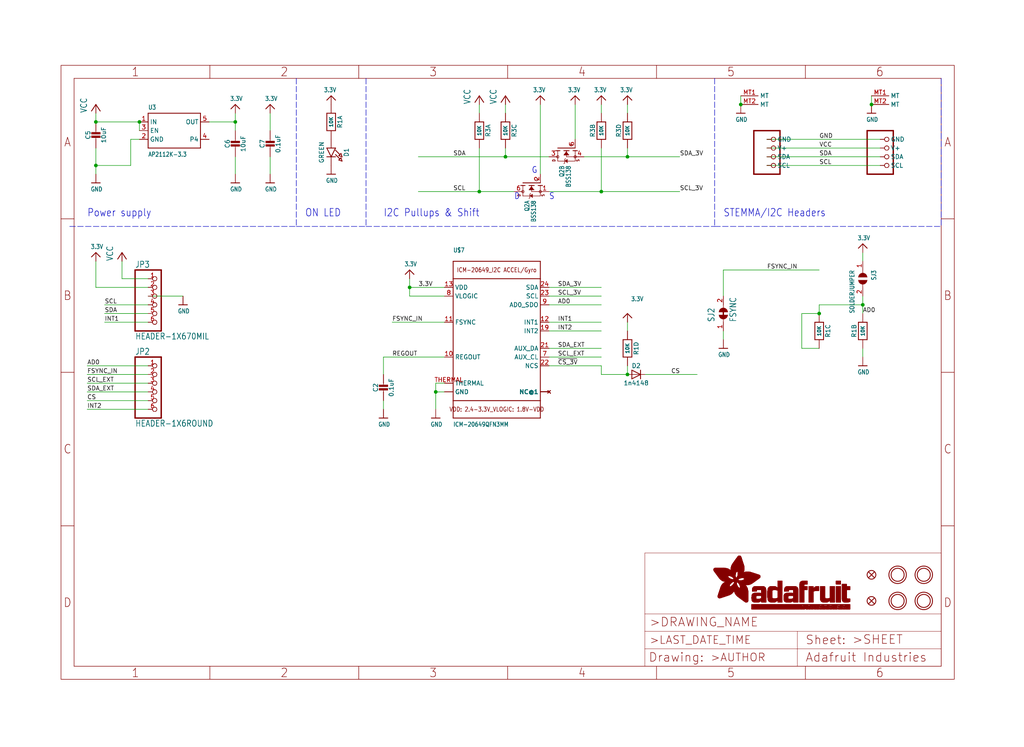
<source format=kicad_sch>
(kicad_sch (version 20211123) (generator eeschema)
  (paper "User" 298.45 217.881)
  (lib_symbols
    (symbol "eagleSchem-eagle-import:3.3V" (power)
      (property "Value" "3.3V" (at -1.524 1.016 0))
      (symbol "3.3V_1_0"
        (pin power_in line (at 0 -2.54 90) (length 2.54) (name "3.3V") (number "1"))
      )
    )
    (symbol "eagleSchem-eagle-import:CAP_CERAMIC0603_NO"
      (property "Reference" "C" (at -2.29 1.25 90))
      (property "Value" "CAP_CERAMIC0603_NO" (at 2.3 1.25 90))
      (symbol "CAP_CERAMIC0603_NO_1_0"
        (pin passive line (at 0 5.08 270) (length 2.54) (name "1") (number "1"))
        (pin passive line (at 0 -2.54 90) (length 2.54) (name "2") (number "2"))
      )
    )
    (symbol "eagleSchem-eagle-import:CAP_CERAMIC0805-NOOUTLINE"
      (property "Reference" "C" (at -2.29 1.25 90))
      (property "Value" "CAP_CERAMIC0805-NOOUTLINE" (at 2.3 1.25 90))
      (symbol "CAP_CERAMIC0805-NOOUTLINE_1_0"
        (pin passive line (at 0 5.08 270) (length 2.54) (name "1") (number "1"))
        (pin passive line (at 0 -2.54 90) (length 2.54) (name "2") (number "2"))
      )
    )
    (symbol "eagleSchem-eagle-import:DIODESOD-323"
      (property "Reference" "D" (at 0 2.54 0))
      (property "Value" "DIODESOD-323" (at 0 -2.5 0))
      (symbol "DIODESOD-323_1_0"
        (pin passive line (at -2.54 0 0) (length 2.54) (name "A") (number "A"))
        (pin passive line (at 2.54 0 180) (length 2.54) (name "C") (number "C"))
      )
    )
    (symbol "eagleSchem-eagle-import:FIDUCIAL_1MM")
    (symbol "eagleSchem-eagle-import:FRAME_A4_ADAFRUIT"
      (symbol "FRAME_A4_ADAFRUIT_0_0"
        (text "1" (at 21.6958 1.905 0) (effects (font (size 2.54 2.286))))
        (text "1" (at 21.6958 177.165 0) (effects (font (size 2.54 2.286))))
        (text "2" (at 65.0875 1.905 0) (effects (font (size 2.54 2.286))))
        (text "2" (at 65.0875 177.165 0) (effects (font (size 2.54 2.286))))
        (text "3" (at 108.4792 1.905 0) (effects (font (size 2.54 2.286))))
        (text "3" (at 108.4792 177.165 0) (effects (font (size 2.54 2.286))))
        (text "4" (at 151.8708 1.905 0) (effects (font (size 2.54 2.286))))
        (text "4" (at 151.8708 177.165 0) (effects (font (size 2.54 2.286))))
        (text "5" (at 195.2625 1.905 0) (effects (font (size 2.54 2.286))))
        (text "5" (at 195.2625 177.165 0) (effects (font (size 2.54 2.286))))
        (text "6" (at 238.6542 1.905 0) (effects (font (size 2.54 2.286))))
        (text "6" (at 238.6542 177.165 0) (effects (font (size 2.54 2.286))))
        (text "A" (at 1.905 156.6863 0) (effects (font (size 2.54 2.286))))
        (text "A" (at 258.445 156.6863 0) (effects (font (size 2.54 2.286))))
        (text "B" (at 1.905 111.9188 0) (effects (font (size 2.54 2.286))))
        (text "B" (at 258.445 111.9188 0) (effects (font (size 2.54 2.286))))
        (text "C" (at 1.905 67.1513 0) (effects (font (size 2.54 2.286))))
        (text "C" (at 258.445 67.1513 0) (effects (font (size 2.54 2.286))))
        (text "D" (at 1.905 22.3838 0) (effects (font (size 2.54 2.286))))
        (text "D" (at 258.445 22.3838 0) (effects (font (size 2.54 2.286))))
      )
      (symbol "FRAME_A4_ADAFRUIT_1_0"
        (text ">AUTHOR" (at 189.23 5.08 0) (effects (font (size 2.286 2.286)) (justify left bottom)))
        (text ">DRAWING_NAME" (at 171.45 15.24 0) (effects (font (size 2.54 2.54)) (justify left bottom)))
        (text ">LAST_DATE_TIME" (at 171.45 10.16 0) (effects (font (size 2.286 2.286)) (justify left bottom)))
        (text ">SHEET" (at 230.505 10.16 0) (effects (font (size 2.54 2.54)) (justify left bottom)))
        (text "Adafruit Industries" (at 216.916 4.953 0) (effects (font (size 2.54 2.54)) (justify left bottom)))
        (text "Drawing:" (at 171.196 4.953 0) (effects (font (size 2.54 2.54)) (justify left bottom)))
        (text "Sheet:" (at 216.916 10.033 0) (effects (font (size 2.54 2.54)) (justify left bottom)))
      )
    )
    (symbol "eagleSchem-eagle-import:GND" (power)
      (property "Value" "GND" (at -1.524 -2.54 0))
      (symbol "GND_1_0"
        (pin power_in line (at 0 2.54 270) (length 2.54) (name "GND") (number "1"))
      )
    )
    (symbol "eagleSchem-eagle-import:HEADER-1X670MIL"
      (property "Reference" "JP" (at -6.35 10.795 0))
      (property "Value" "HEADER-1X670MIL" (at -6.35 -10.16 0))
      (symbol "HEADER-1X670MIL_1_0"
        (pin passive inverted (at -2.54 7.62 0) (length 2.54) (name "1") (number "1"))
        (pin passive inverted (at -2.54 5.08 0) (length 2.54) (name "2") (number "2"))
        (pin passive inverted (at -2.54 2.54 0) (length 2.54) (name "3") (number "3"))
        (pin passive inverted (at -2.54 0 0) (length 2.54) (name "4") (number "4"))
        (pin passive inverted (at -2.54 -2.54 0) (length 2.54) (name "5") (number "5"))
        (pin passive inverted (at -2.54 -5.08 0) (length 2.54) (name "6") (number "6"))
      )
    )
    (symbol "eagleSchem-eagle-import:HEADER-1X6ROUND"
      (property "Reference" "JP" (at -6.35 10.795 0))
      (property "Value" "HEADER-1X6ROUND" (at -6.35 -10.16 0))
      (symbol "HEADER-1X6ROUND_1_0"
        (pin passive inverted (at -2.54 7.62 0) (length 2.54) (name "1") (number "1"))
        (pin passive inverted (at -2.54 5.08 0) (length 2.54) (name "2") (number "2"))
        (pin passive inverted (at -2.54 2.54 0) (length 2.54) (name "3") (number "3"))
        (pin passive inverted (at -2.54 0 0) (length 2.54) (name "4") (number "4"))
        (pin passive inverted (at -2.54 -2.54 0) (length 2.54) (name "5") (number "5"))
        (pin passive inverted (at -2.54 -5.08 0) (length 2.54) (name "6") (number "6"))
      )
    )
    (symbol "eagleSchem-eagle-import:ICM-20649QFN3MM"
      (property "Value" "ICM-20649QFN3MM" (at -12.7 -25.4 0))
      (symbol "ICM-20649QFN3MM_1_0"
        (text "ICM-20649_I2C ACCEL/Gyro" (at 0 20.32 0) (effects (font (size 1.27 1.0795))))
        (text "VDD: 2.4-3.3V_VLOGIC: 1.8V-VDD" (at 0 -20.32 0) (effects (font (size 1.27 1.0795))))
        (pin no_connect line (at 15.24 -15.24 180) (length 2.54) (name "NC@1") (number "1"))
        (pin passive line (at -15.24 -5.08 0) (length 2.54) (name "REGOUT") (number "10"))
        (pin input line (at -15.24 5.08 0) (length 2.54) (name "FSYNC") (number "11"))
        (pin output line (at 15.24 5.08 180) (length 2.54) (name "INT1") (number "12"))
        (pin power_in line (at -15.24 15.24 0) (length 2.54) (name "VDD") (number "13"))
        (pin no_connect line (at 15.24 -15.24 180) (length 2.54) (name "NC@1") (number "14"))
        (pin no_connect line (at 15.24 -15.24 180) (length 2.54) (name "NC@1") (number "15"))
        (pin no_connect line (at 15.24 -15.24 180) (length 2.54) (name "NC@1") (number "16"))
        (pin no_connect line (at 15.24 -15.24 180) (length 2.54) (name "NC@1") (number "17"))
        (pin power_in line (at -15.24 -15.24 0) (length 2.54) (name "GND") (number "18"))
        (pin output line (at 15.24 2.54 180) (length 2.54) (name "INT2") (number "19"))
        (pin no_connect line (at 15.24 -15.24 180) (length 2.54) (name "NC@1") (number "2"))
        (pin power_in line (at -15.24 -15.24 0) (length 2.54) (name "GND") (number "20"))
        (pin bidirectional line (at 15.24 -2.54 180) (length 2.54) (name "AUX_DA") (number "21"))
        (pin input line (at 15.24 -7.62 180) (length 2.54) (name "NCS") (number "22"))
        (pin bidirectional line (at 15.24 12.7 180) (length 2.54) (name "SCL") (number "23"))
        (pin bidirectional line (at 15.24 15.24 180) (length 2.54) (name "SDA") (number "24"))
        (pin no_connect line (at 15.24 -15.24 180) (length 2.54) (name "NC@1") (number "3"))
        (pin no_connect line (at 15.24 -15.24 180) (length 2.54) (name "NC@1") (number "4"))
        (pin no_connect line (at 15.24 -15.24 180) (length 2.54) (name "NC@1") (number "5"))
        (pin no_connect line (at 15.24 -15.24 180) (length 2.54) (name "NC@1") (number "6"))
        (pin bidirectional line (at 15.24 -5.08 180) (length 2.54) (name "AUX_CL") (number "7"))
        (pin power_in line (at -15.24 12.7 0) (length 2.54) (name "VLOGIC") (number "8"))
        (pin input line (at 15.24 10.16 180) (length 2.54) (name "AD0_SDO") (number "9"))
        (pin power_in line (at -15.24 -12.7 0) (length 2.54) (name "THERMAL") (number "THERMAL"))
      )
    )
    (symbol "eagleSchem-eagle-import:LED0603_NOOUTLINE"
      (property "Reference" "D" (at -1.27 4.445 0))
      (property "Value" "LED0603_NOOUTLINE" (at -1.27 -2.794 0))
      (symbol "LED0603_NOOUTLINE_1_0"
        (pin passive line (at -5.08 0 0) (length 2.54) (name "A") (number "A"))
        (pin passive line (at 2.54 0 180) (length 2.54) (name "C") (number "C"))
      )
    )
    (symbol "eagleSchem-eagle-import:MOSFET-N_DUAL"
      (property "Reference" "Q" (at 5.08 0.635 0))
      (property "Value" "MOSFET-N_DUAL" (at 5.08 -1.27 0))
      (symbol "MOSFET-N_DUAL_1_0"
        (text "D" (at 3.175 3.175 0) (effects (font (size 0.8128 0.6908)) (justify left bottom)))
        (text "G" (at -1.27 -1.905 0) (effects (font (size 0.8128 0.6908)) (justify left bottom)))
        (text "S" (at 3.175 -3.81 0) (effects (font (size 0.8128 0.6908)) (justify left bottom)))
        (pin bidirectional line (at 2.54 -5.08 90) (length 2.54) (name "S") (number "1"))
        (pin bidirectional line (at -2.54 -2.54 0) (length 2.54) (name "G") (number "2"))
        (pin bidirectional line (at 2.54 5.08 270) (length 2.54) (name "D") (number "6"))
      )
      (symbol "MOSFET-N_DUAL_2_0"
        (text "D" (at 3.175 3.175 0) (effects (font (size 0.8128 0.6908)) (justify left bottom)))
        (text "G" (at -1.27 -1.905 0) (effects (font (size 0.8128 0.6908)) (justify left bottom)))
        (text "S" (at 3.175 -3.81 0) (effects (font (size 0.8128 0.6908)) (justify left bottom)))
        (pin bidirectional line (at 2.54 5.08 270) (length 2.54) (name "D") (number "3"))
        (pin bidirectional line (at 2.54 -5.08 90) (length 2.54) (name "S") (number "4"))
        (pin bidirectional line (at -2.54 -2.54 0) (length 2.54) (name "G") (number "5"))
      )
    )
    (symbol "eagleSchem-eagle-import:MOUNTINGHOLE2.5")
    (symbol "eagleSchem-eagle-import:RESISTOR_4PACK"
      (property "Reference" "R" (at 0 2.54 0))
      (property "Value" "RESISTOR_4PACK" (at 0 0 0))
      (symbol "RESISTOR_4PACK_1_0"
        (pin passive line (at -5.08 0 0) (length 2.54) (name "1") (number "1"))
        (pin passive line (at 5.08 0 180) (length 2.54) (name "2") (number "8"))
      )
      (symbol "RESISTOR_4PACK_2_0"
        (pin passive line (at -5.08 0 0) (length 2.54) (name "1") (number "2"))
        (pin passive line (at 5.08 0 180) (length 2.54) (name "2") (number "7"))
      )
      (symbol "RESISTOR_4PACK_3_0"
        (pin passive line (at -5.08 0 0) (length 2.54) (name "1") (number "3"))
        (pin passive line (at 5.08 0 180) (length 2.54) (name "2") (number "6"))
      )
      (symbol "RESISTOR_4PACK_4_0"
        (pin passive line (at -5.08 0 0) (length 2.54) (name "1") (number "4"))
        (pin passive line (at 5.08 0 180) (length 2.54) (name "2") (number "5"))
      )
    )
    (symbol "eagleSchem-eagle-import:SOLDERJUMPER"
      (property "Reference" "SJ" (at -2.54 2.54 0))
      (property "Value" "SOLDERJUMPER" (at -2.54 -3.81 0))
      (symbol "SOLDERJUMPER_1_0"
        (pin passive line (at -5.08 0 0) (length 2.54) (name "1") (number "1"))
        (pin passive line (at 5.08 0 180) (length 2.54) (name "2") (number "2"))
      )
    )
    (symbol "eagleSchem-eagle-import:SOLDERJUMPER_CLOSED"
      (property "Reference" "SJ" (at -2.54 2.54 0))
      (property "Value" "SOLDERJUMPER_CLOSED" (at -2.54 -3.81 0))
      (symbol "SOLDERJUMPER_CLOSED_1_0"
        (pin passive line (at -5.08 0 0) (length 2.54) (name "1") (number "1"))
        (pin passive line (at 5.08 0 180) (length 2.54) (name "2") (number "2"))
      )
    )
    (symbol "eagleSchem-eagle-import:STEMMA_I2C_QT"
      (symbol "STEMMA_I2C_QT_1_0"
        (pin passive inverted (at 0 5.08 0) (length 2.54) (name "GND") (number "1"))
        (pin passive inverted (at 0 2.54 0) (length 2.54) (name "V+") (number "2"))
        (pin passive inverted (at 0 0 0) (length 2.54) (name "SDA") (number "3"))
        (pin passive inverted (at 0 -2.54 0) (length 2.54) (name "SCL") (number "4"))
      )
      (symbol "STEMMA_I2C_QT_2_0"
        (pin bidirectional line (at 0 0 0) (length 5.08) (name "MT") (number "MT1"))
      )
      (symbol "STEMMA_I2C_QT_3_0"
        (pin bidirectional line (at 0 0 0) (length 5.08) (name "MT") (number "MT2"))
      )
    )
    (symbol "eagleSchem-eagle-import:VCC" (power)
      (property "Value" "VCC" (at -2.54 -2.54 90))
      (symbol "VCC_1_0"
        (pin power_in line (at 0 -2.54 90) (length 2.54) (name "VCC") (number "1"))
      )
    )
    (symbol "eagleSchem-eagle-import:VREG_SOT23-5"
      (property "Reference" "U" (at -7.62 6.096 0))
      (property "Value" "VREG_SOT23-5" (at -7.62 -7.62 0))
      (symbol "VREG_SOT23-5_1_0"
        (pin power_in line (at -10.16 2.54 0) (length 2.54) (name "IN") (number "1"))
        (pin power_in line (at -10.16 -2.54 0) (length 2.54) (name "GND") (number "2"))
        (pin input line (at -10.16 0 0) (length 2.54) (name "EN") (number "3"))
        (pin bidirectional line (at 10.16 -2.54 180) (length 2.54) (name "P4") (number "4"))
        (pin power_in line (at 10.16 2.54 180) (length 2.54) (name "OUT") (number "5"))
      )
    )
  )
  (junction (at 27.94 48.26))
  (junction (at 40.64 35.56))
  (junction (at 175.26 55.88))
  (junction (at 147.32 45.72))
  (junction (at 68.58 35.56))
  (junction (at 127 114.3))
  (junction (at 182.88 45.72))
  (junction (at 238.76 91.44))
  (junction (at 27.94 35.56))
  (junction (at 251.46 88.9))
  (junction (at 254 30.48))
  (junction (at 119.38 83.82))
  (junction (at 215.9 30.48))
  (junction (at 139.7 55.88))
  (junction (at 182.88 109.22))
  (wire (pts (xy 43.18 86.36) (xy 53.34 86.36)))
  (wire (pts (xy 160.02 45.72) (xy 147.32 45.72)))
  (wire (pts (xy 25.4 111.76) (xy 43.18 111.76)))
  (wire (pts (xy 160.02 83.82) (xy 175.26 83.82)))
  (polyline (pts (xy 86.36 66.04) (xy 106.68 66.04)))
  (wire (pts (xy 43.18 83.82) (xy 27.94 83.82)))
  (wire (pts (xy 35.56 81.28) (xy 35.56 76.2)))
  (wire (pts (xy 43.18 91.44) (xy 30.48 91.44)))
  (wire (pts (xy 187.96 109.22) (xy 203.2 109.22)))
  (wire (pts (xy 175.26 43.18) (xy 175.26 55.88)))
  (wire (pts (xy 27.94 48.26) (xy 27.94 43.18)))
  (polyline (pts (xy 86.36 22.86) (xy 86.36 66.04)))
  (wire (pts (xy 215.9 27.94) (xy 215.9 30.48)))
  (wire (pts (xy 160.02 93.98) (xy 175.26 93.98)))
  (wire (pts (xy 38.1 40.64) (xy 38.1 48.26)))
  (wire (pts (xy 251.46 76.2) (xy 251.46 73.66)))
  (wire (pts (xy 223.52 43.18) (xy 256.54 43.18)))
  (wire (pts (xy 68.58 35.56) (xy 68.58 33.02)))
  (polyline (pts (xy 208.28 22.86) (xy 208.28 66.04)))
  (wire (pts (xy 251.46 101.6) (xy 251.46 104.14)))
  (wire (pts (xy 129.54 114.3) (xy 127 114.3)))
  (wire (pts (xy 160.02 104.14) (xy 175.26 104.14)))
  (wire (pts (xy 233.68 91.44) (xy 233.68 101.6)))
  (wire (pts (xy 127 114.3) (xy 127 119.38)))
  (wire (pts (xy 114.3 93.98) (xy 129.54 93.98)))
  (wire (pts (xy 60.96 35.56) (xy 68.58 35.56)))
  (wire (pts (xy 139.7 30.48) (xy 139.7 33.02)))
  (polyline (pts (xy 20.32 66.04) (xy 86.36 66.04)))
  (wire (pts (xy 78.74 33.02) (xy 78.74 38.1)))
  (wire (pts (xy 129.54 83.82) (xy 119.38 83.82)))
  (wire (pts (xy 147.32 33.02) (xy 147.32 30.48)))
  (wire (pts (xy 256.54 40.64) (xy 223.52 40.64)))
  (wire (pts (xy 25.4 109.22) (xy 43.18 109.22)))
  (wire (pts (xy 147.32 43.18) (xy 147.32 45.72)))
  (wire (pts (xy 238.76 91.44) (xy 233.68 91.44)))
  (wire (pts (xy 78.74 45.72) (xy 78.74 50.8)))
  (wire (pts (xy 111.76 104.14) (xy 111.76 109.22)))
  (wire (pts (xy 210.82 86.36) (xy 210.82 78.74)))
  (wire (pts (xy 40.64 35.56) (xy 27.94 35.56)))
  (wire (pts (xy 27.94 83.82) (xy 27.94 76.2)))
  (wire (pts (xy 119.38 83.82) (xy 119.38 81.28)))
  (wire (pts (xy 238.76 88.9) (xy 251.46 88.9)))
  (wire (pts (xy 119.38 86.36) (xy 119.38 83.82)))
  (wire (pts (xy 111.76 116.84) (xy 111.76 119.38)))
  (wire (pts (xy 40.64 38.1) (xy 40.64 35.56)))
  (polyline (pts (xy 208.28 66.04) (xy 274.32 66.04)))
  (wire (pts (xy 182.88 45.72) (xy 198.12 45.72)))
  (wire (pts (xy 175.26 109.22) (xy 175.26 106.68)))
  (wire (pts (xy 160.02 88.9) (xy 175.26 88.9)))
  (wire (pts (xy 149.86 55.88) (xy 139.7 55.88)))
  (wire (pts (xy 25.4 106.68) (xy 43.18 106.68)))
  (wire (pts (xy 157.48 50.8) (xy 157.48 30.48)))
  (wire (pts (xy 139.7 55.88) (xy 121.92 55.88)))
  (wire (pts (xy 182.88 106.68) (xy 182.88 109.22)))
  (wire (pts (xy 160.02 96.52) (xy 175.26 96.52)))
  (wire (pts (xy 251.46 88.9) (xy 251.46 91.44)))
  (wire (pts (xy 129.54 86.36) (xy 119.38 86.36)))
  (wire (pts (xy 223.52 48.26) (xy 256.54 48.26)))
  (wire (pts (xy 147.32 45.72) (xy 121.92 45.72)))
  (wire (pts (xy 251.46 86.36) (xy 251.46 88.9)))
  (wire (pts (xy 38.1 48.26) (xy 27.94 48.26)))
  (wire (pts (xy 254 30.48) (xy 254 27.94)))
  (wire (pts (xy 160.02 106.68) (xy 175.26 106.68)))
  (wire (pts (xy 175.26 33.02) (xy 175.26 30.48)))
  (wire (pts (xy 210.82 78.74) (xy 238.76 78.74)))
  (polyline (pts (xy 274.32 22.86) (xy 274.32 66.04)))
  (wire (pts (xy 238.76 91.44) (xy 238.76 88.9)))
  (wire (pts (xy 27.94 33.02) (xy 27.94 35.56)))
  (wire (pts (xy 68.58 45.72) (xy 68.58 50.8)))
  (wire (pts (xy 210.82 96.52) (xy 210.82 99.06)))
  (wire (pts (xy 182.88 33.02) (xy 182.88 30.48)))
  (wire (pts (xy 233.68 101.6) (xy 238.76 101.6)))
  (wire (pts (xy 43.18 93.98) (xy 30.48 93.98)))
  (wire (pts (xy 256.54 45.72) (xy 223.52 45.72)))
  (wire (pts (xy 27.94 48.26) (xy 27.94 50.8)))
  (wire (pts (xy 129.54 111.76) (xy 127 111.76)))
  (wire (pts (xy 175.26 55.88) (xy 198.12 55.88)))
  (wire (pts (xy 68.58 35.56) (xy 68.58 38.1)))
  (wire (pts (xy 182.88 93.98) (xy 182.88 96.52)))
  (wire (pts (xy 170.18 45.72) (xy 182.88 45.72)))
  (wire (pts (xy 43.18 116.84) (xy 25.4 116.84)))
  (wire (pts (xy 160.02 55.88) (xy 175.26 55.88)))
  (wire (pts (xy 160.02 86.36) (xy 175.26 86.36)))
  (wire (pts (xy 25.4 114.3) (xy 43.18 114.3)))
  (wire (pts (xy 40.64 40.64) (xy 38.1 40.64)))
  (wire (pts (xy 182.88 109.22) (xy 175.26 109.22)))
  (wire (pts (xy 160.02 101.6) (xy 175.26 101.6)))
  (wire (pts (xy 139.7 43.18) (xy 139.7 55.88)))
  (polyline (pts (xy 106.68 66.04) (xy 208.28 66.04)))
  (wire (pts (xy 167.64 40.64) (xy 167.64 30.48)))
  (wire (pts (xy 129.54 104.14) (xy 111.76 104.14)))
  (polyline (pts (xy 106.68 22.86) (xy 106.68 66.04)))
  (wire (pts (xy 43.18 88.9) (xy 30.48 88.9)))
  (wire (pts (xy 43.18 81.28) (xy 35.56 81.28)))
  (wire (pts (xy 182.88 43.18) (xy 182.88 45.72)))
  (wire (pts (xy 43.18 119.38) (xy 25.4 119.38)))
  (wire (pts (xy 127 111.76) (xy 127 114.3)))
  (text "G" (at 154.94 50.8 180) (effects (font (size 1.778 1.5113)) (justify left bottom)))
  (text "Power supply" (at 25.4 63.5 180) (effects (font (size 2.1844 1.8567)) (justify left bottom)))
  (text "S" (at 160.02 58.42 180) (effects (font (size 1.778 1.5113)) (justify left bottom)))
  (text "STEMMA/I2C Headers" (at 210.82 63.5 180) (effects (font (size 2.1844 1.8567)) (justify left bottom)))
  (text "ON LED" (at 88.9 63.5 180) (effects (font (size 2.1844 1.8567)) (justify left bottom)))
  (text "D" (at 149.86 58.42 180) (effects (font (size 1.778 1.5113)) (justify left bottom)))
  (text "I2C Pullups & Shift" (at 111.76 63.5 180) (effects (font (size 2.1844 1.8567)) (justify left bottom)))
  (label "FSYNC_IN" (at 25.4 109.22 0) (effects (font (size 1.2446 1.2446))))
  (label "SCL" (at 238.76 48.26 0) (effects (font (size 1.2446 1.2446))))
  (label "INT2" (at 162.56 96.52 0) (effects (font (size 1.2446 1.2446))))
  (label "FSYNC_IN" (at 223.52 78.74 0) (effects (font (size 1.2446 1.2446))))
  (label "CS" (at 25.4 116.84 0) (effects (font (size 1.2446 1.2446))))
  (label "SCL" (at 30.48 88.9 0) (effects (font (size 1.2446 1.2446))))
  (label "SDA" (at 132.08 45.72 0) (effects (font (size 1.2446 1.2446))))
  (label "~{CS_3V}" (at 162.56 106.68 0) (effects (font (size 1.2446 1.2446))))
  (label "SDA_EXT" (at 162.56 101.6 0) (effects (font (size 1.2446 1.2446))))
  (label "SDA" (at 238.76 45.72 0) (effects (font (size 1.2446 1.2446))))
  (label "SDA_3V" (at 198.12 45.72 0) (effects (font (size 1.2446 1.2446))))
  (label "AD0" (at 162.56 88.9 0) (effects (font (size 1.2446 1.2446))))
  (label "SDA_EXT" (at 25.4 114.3 0) (effects (font (size 1.2446 1.2446))))
  (label "SDA" (at 30.48 91.44 0) (effects (font (size 1.2446 1.2446))))
  (label "SCL_3V" (at 198.12 55.88 0) (effects (font (size 1.2446 1.2446))))
  (label "SCL_3V" (at 162.56 86.36 0) (effects (font (size 1.2446 1.2446))))
  (label "REGOUT" (at 114.3 104.14 0) (effects (font (size 1.2446 1.2446))))
  (label "INT1" (at 30.48 93.98 0) (effects (font (size 1.2446 1.2446))))
  (label "SCL" (at 132.08 55.88 0) (effects (font (size 1.2446 1.2446))))
  (label "SCL_EXT" (at 25.4 111.76 0) (effects (font (size 1.2446 1.2446))))
  (label "SDA_3V" (at 162.56 83.82 0) (effects (font (size 1.2446 1.2446))))
  (label "3.3V" (at 121.92 83.82 0) (effects (font (size 1.2446 1.2446))))
  (label "AD0" (at 251.46 91.44 0) (effects (font (size 1.2446 1.2446))))
  (label "SCL_EXT" (at 162.56 104.14 0) (effects (font (size 1.2446 1.2446))))
  (label "FSYNC_IN" (at 114.3 93.98 0) (effects (font (size 1.2446 1.2446))))
  (label "CS" (at 195.58 109.22 0) (effects (font (size 1.2446 1.2446))))
  (label "AD0" (at 25.4 106.68 0) (effects (font (size 1.2446 1.2446))))
  (label "INT2" (at 25.4 119.38 0) (effects (font (size 1.2446 1.2446))))
  (label "VCC" (at 238.76 43.18 0) (effects (font (size 1.2446 1.2446))))
  (label "INT1" (at 162.56 93.98 0) (effects (font (size 1.2446 1.2446))))
  (label "GND" (at 238.76 40.64 0) (effects (font (size 1.2446 1.2446))))
  (symbol (lib_id "eagleSchem-eagle-import:SOLDERJUMPER") (at 251.46 81.28 270) (unit 1)
    (property "Reference" "SJ3" (at 254 78.74 0) (effects (font (size 1.27 1.0795)) (justify left bottom)))
    (property "Value" "SOLDERJUMPER" (at 247.65 78.74 0) (effects (font (size 1.27 1.0795)) (justify left bottom)))
    (property "Footprint" "eagleSchem:SOLDERJUMPER_ARROW_NOPASTE" (effects hide))
  )
  (symbol (lib_id "eagleSchem-eagle-import:RESISTOR_4PACK") (at 251.46 96.52 90) (unit 2)
    (property "Reference" "R1" (at 248.92 96.52 0))
    (property "Value" "10K" (at 251.46 96.52 0) (effects (font (size 1.016 1.016) bold)))
    (property "Footprint" "eagleSchem:RESPACK_4X0603" (effects hide))
  )
  (symbol (lib_id "eagleSchem-eagle-import:STEMMA_I2C_QT") (at 215.9 30.48 0) (unit 3)
    (property "Reference" "CONN3" (effects hide))
    (property "Value" "STEMMA_I2C_QT" (effects hide))
    (property "Footprint" "eagleSchem:JST_SH4" (effects hide))
  )
  (symbol (lib_id "eagleSchem-eagle-import:RESISTOR_4PACK") (at 147.32 38.1 270) (unit 3)
    (property "Reference" "R3" (at 149.86 38.1 0))
    (property "Value" "10K" (at 147.32 38.1 0) (effects (font (size 1.016 1.016) bold)))
    (property "Footprint" "eagleSchem:RESPACK_4X0603" (effects hide))
  )
  (symbol (lib_id "eagleSchem-eagle-import:3.3V") (at 167.64 27.94 0) (mirror y) (unit 1)
    (property "Reference" "#U$37" (effects hide))
    (property "Value" "3.3V" (at 169.164 26.924 0) (effects (font (size 1.27 1.0795)) (justify left bottom)))
    (property "Footprint" "eagleSchem:" (effects hide))
  )
  (symbol (lib_id "eagleSchem-eagle-import:STEMMA_I2C_QT") (at 256.54 45.72 0) (unit 1)
    (property "Reference" "CONN4" (effects hide))
    (property "Value" "STEMMA_I2C_QT" (effects hide))
    (property "Footprint" "eagleSchem:JST_SH4" (effects hide))
  )
  (symbol (lib_id "eagleSchem-eagle-import:STEMMA_I2C_QT") (at 254 30.48 0) (unit 3)
    (property "Reference" "CONN4" (effects hide))
    (property "Value" "STEMMA_I2C_QT" (effects hide))
    (property "Footprint" "eagleSchem:JST_SH4" (effects hide))
  )
  (symbol (lib_id "eagleSchem-eagle-import:GND") (at 68.58 53.34 0) (unit 1)
    (property "Reference" "#U$27" (effects hide))
    (property "Value" "GND" (at 67.056 55.88 0) (effects (font (size 1.27 1.0795)) (justify left bottom)))
    (property "Footprint" "eagleSchem:" (effects hide))
  )
  (symbol (lib_id "eagleSchem-eagle-import:MOSFET-N_DUAL") (at 165.1 43.18 90) (mirror x) (unit 2)
    (property "Reference" "Q2" (at 164.465 48.26 0) (effects (font (size 1.27 1.0795)) (justify left bottom)))
    (property "Value" "BSS138" (at 166.37 48.26 0) (effects (font (size 1.27 1.0795)) (justify left bottom)))
    (property "Footprint" "eagleSchem:SOT363" (effects hide))
  )
  (symbol (lib_id "eagleSchem-eagle-import:CAP_CERAMIC0805-NOOUTLINE") (at 27.94 40.64 0) (unit 1)
    (property "Reference" "C5" (at 25.65 39.39 90))
    (property "Value" "10uF" (at 30.24 39.39 90))
    (property "Footprint" "eagleSchem:0805-NO" (effects hide))
  )
  (symbol (lib_id "eagleSchem-eagle-import:CAP_CERAMIC0603_NO") (at 111.76 114.3 0) (unit 1)
    (property "Reference" "C2" (at 109.47 113.05 90))
    (property "Value" "0.1uF" (at 114.06 113.05 90))
    (property "Footprint" "eagleSchem:0603-NO" (effects hide))
  )
  (symbol (lib_id "eagleSchem-eagle-import:RESISTOR_4PACK") (at 182.88 38.1 90) (mirror x) (unit 4)
    (property "Reference" "R3" (at 180.34 38.1 0))
    (property "Value" "10K" (at 182.88 38.1 0) (effects (font (size 1.016 1.016) bold)))
    (property "Footprint" "eagleSchem:RESPACK_4X0603" (effects hide))
  )
  (symbol (lib_id "eagleSchem-eagle-import:HEADER-1X6ROUND") (at 45.72 114.3 0) (unit 1)
    (property "Reference" "JP2" (at 39.37 103.505 0) (effects (font (size 1.778 1.5113)) (justify left bottom)))
    (property "Value" "HEADER-1X6ROUND" (at 39.37 124.46 0) (effects (font (size 1.778 1.5113)) (justify left bottom)))
    (property "Footprint" "eagleSchem:1X06_ROUND" (effects hide))
  )
  (symbol (lib_id "eagleSchem-eagle-import:GND") (at 111.76 121.92 0) (unit 1)
    (property "Reference" "#U$13" (effects hide))
    (property "Value" "GND" (at 110.236 124.46 0) (effects (font (size 1.27 1.0795)) (justify left bottom)))
    (property "Footprint" "eagleSchem:" (effects hide))
  )
  (symbol (lib_id "eagleSchem-eagle-import:CAP_CERAMIC0805-NOOUTLINE") (at 68.58 43.18 0) (unit 1)
    (property "Reference" "C6" (at 66.29 41.93 90))
    (property "Value" "10uF" (at 70.88 41.93 90))
    (property "Footprint" "eagleSchem:0805-NO" (effects hide))
  )
  (symbol (lib_id "eagleSchem-eagle-import:STEMMA_I2C_QT") (at 215.9 27.94 0) (unit 2)
    (property "Reference" "CONN3" (effects hide))
    (property "Value" "STEMMA_I2C_QT" (effects hide))
    (property "Footprint" "eagleSchem:JST_SH4" (effects hide))
  )
  (symbol (lib_id "eagleSchem-eagle-import:3.3V") (at 251.46 71.12 0) (unit 1)
    (property "Reference" "#U$4" (effects hide))
    (property "Value" "3.3V" (at 249.936 70.104 0) (effects (font (size 1.27 1.0795)) (justify left bottom)))
    (property "Footprint" "eagleSchem:" (effects hide))
  )
  (symbol (lib_id "eagleSchem-eagle-import:RESISTOR_4PACK") (at 139.7 38.1 270) (unit 1)
    (property "Reference" "R3" (at 142.24 38.1 0))
    (property "Value" "10K" (at 139.7 38.1 0) (effects (font (size 1.016 1.016) bold)))
    (property "Footprint" "eagleSchem:RESPACK_4X0603" (effects hide))
  )
  (symbol (lib_id "eagleSchem-eagle-import:MOUNTINGHOLE2.5") (at 261.62 167.64 0) (unit 1)
    (property "Reference" "U$40" (effects hide))
    (property "Value" "MOUNTINGHOLE2.5" (effects hide))
    (property "Footprint" "eagleSchem:MOUNTINGHOLE_2.5_PLATED" (effects hide))
  )
  (symbol (lib_id "eagleSchem-eagle-import:GND") (at 53.34 88.9 0) (unit 1)
    (property "Reference" "#U$29" (effects hide))
    (property "Value" "GND" (at 51.816 91.44 0) (effects (font (size 1.27 1.0795)) (justify left bottom)))
    (property "Footprint" "eagleSchem:" (effects hide))
  )
  (symbol (lib_id "eagleSchem-eagle-import:ICM-20649QFN3MM") (at 144.78 99.06 0) (unit 1)
    (property "Reference" "U$7" (at 132.08 73.66 0) (effects (font (size 1.27 1.0795)) (justify left bottom)))
    (property "Value" "ICM-20649QFN3MM" (at 132.08 124.46 0) (effects (font (size 1.27 1.0795)) (justify left bottom)))
    (property "Footprint" "eagleSchem:QFN24_3MM" (effects hide))
  )
  (symbol (lib_id "eagleSchem-eagle-import:GND") (at 96.52 50.8 0) (unit 1)
    (property "Reference" "#U$2" (effects hide))
    (property "Value" "GND" (at 94.996 53.34 0) (effects (font (size 1.27 1.0795)) (justify left bottom)))
    (property "Footprint" "eagleSchem:" (effects hide))
  )
  (symbol (lib_id "eagleSchem-eagle-import:MOUNTINGHOLE2.5") (at 269.24 167.64 0) (unit 1)
    (property "Reference" "U$42" (effects hide))
    (property "Value" "MOUNTINGHOLE2.5" (effects hide))
    (property "Footprint" "eagleSchem:MOUNTINGHOLE_2.5_PLATED" (effects hide))
  )
  (symbol (lib_id "eagleSchem-eagle-import:VCC") (at 35.56 73.66 0) (unit 1)
    (property "Reference" "#P+4" (effects hide))
    (property "Value" "VCC" (at 33.02 76.2 90) (effects (font (size 1.778 1.5113)) (justify left bottom)))
    (property "Footprint" "eagleSchem:" (effects hide))
  )
  (symbol (lib_id "eagleSchem-eagle-import:GND") (at 254 33.02 0) (unit 1)
    (property "Reference" "#U$9" (effects hide))
    (property "Value" "GND" (at 252.476 35.56 0) (effects (font (size 1.27 1.0795)) (justify left bottom)))
    (property "Footprint" "eagleSchem:" (effects hide))
  )
  (symbol (lib_id "eagleSchem-eagle-import:RESISTOR_4PACK") (at 175.26 38.1 90) (mirror x) (unit 2)
    (property "Reference" "R3" (at 172.72 38.1 0))
    (property "Value" "10K" (at 175.26 38.1 0) (effects (font (size 1.016 1.016) bold)))
    (property "Footprint" "eagleSchem:RESPACK_4X0603" (effects hide))
  )
  (symbol (lib_id "eagleSchem-eagle-import:3.3V") (at 182.88 27.94 0) (mirror y) (unit 1)
    (property "Reference" "#U$34" (effects hide))
    (property "Value" "3.3V" (at 184.404 26.924 0) (effects (font (size 1.27 1.0795)) (justify left bottom)))
    (property "Footprint" "eagleSchem:" (effects hide))
  )
  (symbol (lib_id "eagleSchem-eagle-import:HEADER-1X670MIL") (at 45.72 88.9 0) (unit 1)
    (property "Reference" "JP3" (at 39.37 78.105 0) (effects (font (size 1.778 1.5113)) (justify left bottom)))
    (property "Value" "HEADER-1X670MIL" (at 39.37 99.06 0) (effects (font (size 1.778 1.5113)) (justify left bottom)))
    (property "Footprint" "eagleSchem:1X06_ROUND_70" (effects hide))
  )
  (symbol (lib_id "eagleSchem-eagle-import:FIDUCIAL_1MM") (at 254 167.64 0) (unit 1)
    (property "Reference" "FID4" (effects hide))
    (property "Value" "FIDUCIAL_1MM" (effects hide))
    (property "Footprint" "eagleSchem:FIDUCIAL_1MM" (effects hide))
  )
  (symbol (lib_id "eagleSchem-eagle-import:GND") (at 78.74 53.34 0) (unit 1)
    (property "Reference" "#U$28" (effects hide))
    (property "Value" "GND" (at 77.216 55.88 0) (effects (font (size 1.27 1.0795)) (justify left bottom)))
    (property "Footprint" "eagleSchem:" (effects hide))
  )
  (symbol (lib_id "eagleSchem-eagle-import:FRAME_A4_ADAFRUIT") (at 17.78 198.12 0) (unit 1)
    (property "Reference" "#U$41" (effects hide))
    (property "Value" "FRAME_A4_ADAFRUIT" (effects hide))
    (property "Footprint" "eagleSchem:" (effects hide))
  )
  (symbol (lib_id "eagleSchem-eagle-import:MOUNTINGHOLE2.5") (at 261.62 175.26 0) (unit 1)
    (property "Reference" "U$39" (effects hide))
    (property "Value" "MOUNTINGHOLE2.5" (effects hide))
    (property "Footprint" "eagleSchem:MOUNTINGHOLE_2.5_PLATED" (effects hide))
  )
  (symbol (lib_id "eagleSchem-eagle-import:CAP_CERAMIC0603_NO") (at 78.74 43.18 0) (unit 1)
    (property "Reference" "C7" (at 76.45 41.93 90))
    (property "Value" "0.1uF" (at 81.04 41.93 90))
    (property "Footprint" "eagleSchem:0603-NO" (effects hide))
  )
  (symbol (lib_id "eagleSchem-eagle-import:LED0603_NOOUTLINE") (at 96.52 45.72 270) (unit 1)
    (property "Reference" "D1" (at 100.965 44.45 0))
    (property "Value" "GREEN" (at 93.726 44.45 0))
    (property "Footprint" "eagleSchem:CHIPLED_0603_NOOUTLINE" (effects hide))
  )
  (symbol (lib_id "eagleSchem-eagle-import:VCC") (at 27.94 30.48 0) (unit 1)
    (property "Reference" "#P+3" (effects hide))
    (property "Value" "VCC" (at 25.4 33.02 90) (effects (font (size 1.778 1.5113)) (justify left bottom)))
    (property "Footprint" "eagleSchem:" (effects hide))
  )
  (symbol (lib_id "eagleSchem-eagle-import:GND") (at 27.94 53.34 0) (unit 1)
    (property "Reference" "#U$24" (effects hide))
    (property "Value" "GND" (at 26.416 55.88 0) (effects (font (size 1.27 1.0795)) (justify left bottom)))
    (property "Footprint" "eagleSchem:" (effects hide))
  )
  (symbol (lib_id "eagleSchem-eagle-import:VCC") (at 139.7 27.94 0) (unit 1)
    (property "Reference" "#P+1" (effects hide))
    (property "Value" "VCC" (at 137.16 30.48 90) (effects (font (size 1.778 1.5113)) (justify left bottom)))
    (property "Footprint" "eagleSchem:" (effects hide))
  )
  (symbol (lib_id "eagleSchem-eagle-import:GND") (at 251.46 106.68 0) (unit 1)
    (property "Reference" "#U$6" (effects hide))
    (property "Value" "GND" (at 249.936 109.22 0) (effects (font (size 1.27 1.0795)) (justify left bottom)))
    (property "Footprint" "eagleSchem:" (effects hide))
  )
  (symbol (lib_id "eagleSchem-eagle-import:3.3V") (at 119.38 78.74 0) (unit 1)
    (property "Reference" "#U$3" (effects hide))
    (property "Value" "3.3V" (at 117.856 77.724 0) (effects (font (size 1.27 1.0795)) (justify left bottom)))
    (property "Footprint" "eagleSchem:" (effects hide))
  )
  (symbol (lib_id "eagleSchem-eagle-import:RESISTOR_4PACK") (at 96.52 35.56 270) (unit 1)
    (property "Reference" "R1" (at 99.06 35.56 0))
    (property "Value" "10K" (at 96.52 35.56 0) (effects (font (size 1.016 1.016) bold)))
    (property "Footprint" "eagleSchem:RESPACK_4X0603" (effects hide))
  )
  (symbol (lib_id "eagleSchem-eagle-import:STEMMA_I2C_QT") (at 223.52 45.72 0) (unit 1)
    (property "Reference" "CONN3" (effects hide))
    (property "Value" "STEMMA_I2C_QT" (effects hide))
    (property "Footprint" "eagleSchem:JST_SH4" (effects hide))
  )
  (symbol (lib_id "eagleSchem-eagle-import:MOUNTINGHOLE2.5") (at 269.24 175.26 0) (unit 1)
    (property "Reference" "U$43" (effects hide))
    (property "Value" "MOUNTINGHOLE2.5" (effects hide))
    (property "Footprint" "eagleSchem:MOUNTINGHOLE_2.5_PLATED" (effects hide))
  )
  (symbol (lib_id "eagleSchem-eagle-import:RESISTOR_4PACK") (at 238.76 96.52 270) (unit 3)
    (property "Reference" "R1" (at 241.3 96.52 0))
    (property "Value" "10K" (at 238.76 96.52 0) (effects (font (size 1.016 1.016) bold)))
    (property "Footprint" "eagleSchem:RESPACK_4X0603" (effects hide))
  )
  (symbol (lib_id "eagleSchem-eagle-import:VREG_SOT23-5") (at 50.8 38.1 0) (unit 1)
    (property "Reference" "U3" (at 43.18 32.004 0) (effects (font (size 1.27 1.0795)) (justify left bottom)))
    (property "Value" "AP2112K-3.3" (at 43.18 45.72 0) (effects (font (size 1.27 1.0795)) (justify left bottom)))
    (property "Footprint" "eagleSchem:SOT23-5" (effects hide))
  )
  (symbol (lib_id "eagleSchem-eagle-import:3.3V") (at 175.26 27.94 0) (mirror y) (unit 1)
    (property "Reference" "#U$35" (effects hide))
    (property "Value" "3.3V" (at 176.784 26.924 0) (effects (font (size 1.27 1.0795)) (justify left bottom)))
    (property "Footprint" "eagleSchem:" (effects hide))
  )
  (symbol (lib_id "eagleSchem-eagle-import:FIDUCIAL_1MM") (at 254 175.26 0) (unit 1)
    (property "Reference" "FID3" (effects hide))
    (property "Value" "FIDUCIAL_1MM" (effects hide))
    (property "Footprint" "eagleSchem:FIDUCIAL_1MM" (effects hide))
  )
  (symbol (lib_id "eagleSchem-eagle-import:3.3V") (at 157.48 27.94 0) (mirror y) (unit 1)
    (property "Reference" "#U$36" (effects hide))
    (property "Value" "3.3V" (at 159.004 26.924 0) (effects (font (size 1.27 1.0795)) (justify left bottom)))
    (property "Footprint" "eagleSchem:" (effects hide))
  )
  (symbol (lib_id "eagleSchem-eagle-import:DIODESOD-323") (at 185.42 109.22 0) (unit 1)
    (property "Reference" "D2" (at 185.42 106.68 0))
    (property "Value" "1n4148" (at 185.42 111.72 0))
    (property "Footprint" "eagleSchem:SOD-323" (effects hide))
  )
  (symbol (lib_id "eagleSchem-eagle-import:3.3V") (at 182.88 91.44 0) (unit 1)
    (property "Reference" "#U$11" (effects hide))
    (property "Value" "3.3V" (at 183.896 87.884 0) (effects (font (size 1.27 1.0795)) (justify left bottom)))
    (property "Footprint" "eagleSchem:" (effects hide))
  )
  (symbol (lib_id "eagleSchem-eagle-import:RESISTOR_4PACK") (at 182.88 101.6 270) (unit 4)
    (property "Reference" "R1" (at 185.42 101.6 0))
    (property "Value" "10K" (at 182.88 101.6 0) (effects (font (size 1.016 1.016) bold)))
    (property "Footprint" "eagleSchem:RESPACK_4X0603" (effects hide))
  )
  (symbol (lib_id "eagleSchem-eagle-import:STEMMA_I2C_QT") (at 254 27.94 0) (unit 2)
    (property "Reference" "CONN4" (effects hide))
    (property "Value" "STEMMA_I2C_QT" (effects hide))
    (property "Footprint" "eagleSchem:JST_SH4" (effects hide))
  )
  (symbol (lib_id "eagleSchem-eagle-import:3.3V") (at 96.52 27.94 0) (mirror y) (unit 1)
    (property "Reference" "#U$1" (effects hide))
    (property "Value" "3.3V" (at 98.044 26.924 0) (effects (font (size 1.27 1.0795)) (justify left bottom)))
    (property "Footprint" "eagleSchem:" (effects hide))
  )
  (symbol (lib_id "eagleSchem-eagle-import:3.3V") (at 27.94 73.66 0) (unit 1)
    (property "Reference" "#U$38" (effects hide))
    (property "Value" "3.3V" (at 26.416 72.644 0) (effects (font (size 1.27 1.0795)) (justify left bottom)))
    (property "Footprint" "eagleSchem:" (effects hide))
  )
  (symbol (lib_id "eagleSchem-eagle-import:GND") (at 210.82 101.6 0) (unit 1)
    (property "Reference" "#U$10" (effects hide))
    (property "Value" "GND" (at 209.296 104.14 0) (effects (font (size 1.27 1.0795)) (justify left bottom)))
    (property "Footprint" "eagleSchem:" (effects hide))
  )
  (symbol (lib_id "eagleSchem-eagle-import:GND") (at 215.9 33.02 0) (unit 1)
    (property "Reference" "#U$8" (effects hide))
    (property "Value" "GND" (at 214.376 35.56 0) (effects (font (size 1.27 1.0795)) (justify left bottom)))
    (property "Footprint" "eagleSchem:" (effects hide))
  )
  (symbol (lib_id "eagleSchem-eagle-import:MOSFET-N_DUAL") (at 154.94 53.34 90) (mirror x) (unit 1)
    (property "Reference" "Q2" (at 154.305 58.42 0) (effects (font (size 1.27 1.0795)) (justify left bottom)))
    (property "Value" "BSS138" (at 156.21 58.42 0) (effects (font (size 1.27 1.0795)) (justify left bottom)))
    (property "Footprint" "eagleSchem:SOT363" (effects hide))
  )
  (symbol (lib_id "eagleSchem-eagle-import:3.3V") (at 78.74 30.48 0) (unit 1)
    (property "Reference" "#U$30" (effects hide))
    (property "Value" "3.3V" (at 77.216 29.464 0) (effects (font (size 1.27 1.0795)) (justify left bottom)))
    (property "Footprint" "eagleSchem:" (effects hide))
  )
  (symbol (lib_id "eagleSchem-eagle-import:3.3V") (at 68.58 30.48 0) (unit 1)
    (property "Reference" "#U$31" (effects hide))
    (property "Value" "3.3V" (at 67.056 29.464 0) (effects (font (size 1.27 1.0795)) (justify left bottom)))
    (property "Footprint" "eagleSchem:" (effects hide))
  )
  (symbol (lib_id "eagleSchem-eagle-import:VCC") (at 147.32 27.94 0) (unit 1)
    (property "Reference" "#P+2" (effects hide))
    (property "Value" "VCC" (at 144.78 30.48 90) (effects (font (size 1.778 1.5113)) (justify left bottom)))
    (property "Footprint" "eagleSchem:" (effects hide))
  )
  (symbol (lib_id "eagleSchem-eagle-import:GND") (at 127 121.92 0) (unit 1)
    (property "Reference" "#U$5" (effects hide))
    (property "Value" "GND" (at 125.476 124.46 0) (effects (font (size 1.27 1.0795)) (justify left bottom)))
    (property "Footprint" "eagleSchem:" (effects hide))
  )
  (symbol (lib_id "eagleSchem-eagle-import:SOLDERJUMPER_CLOSED") (at 210.82 91.44 90) (unit 1)
    (property "Reference" "SJ2" (at 208.28 93.98 0) (effects (font (size 1.778 1.5113)) (justify left bottom)))
    (property "Value" "FSYNC" (at 214.63 93.98 0) (effects (font (size 1.778 1.5113)) (justify left bottom)))
    (property "Footprint" "eagleSchem:SOLDERJUMPER_CLOSEDWIRE" (effects hide))
  )
)
</source>
